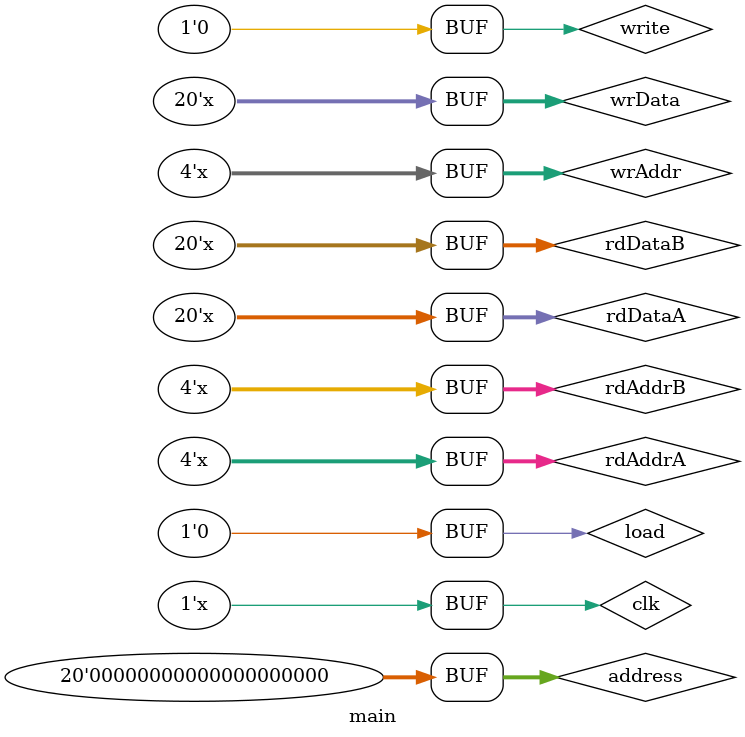
<source format=v>
module main();

reg clk;
reg load;
reg [19:0] data_out;
reg [19:0] address;
reg write;
reg data;
reg [3:0] wrAddr;
reg [19:0] wrData;
reg [3:0] rdAddrA;
reg [3:0] rdAddrB;
reg [19:0] rdDataA;
reg [19:0] rdDataB;
   
reg [19:0] mem [0:(1 << 20)];

rom_test rom(clk,load,address,data_out);


initial begin
	clk<=1'b0;
	address = 20'h00000;
	load = 1'b0;
end

ram_test ram(clk, write,load,address,data);

initial begin
	clk<=1'b0;
	write = 1'b0;
	load = 1'b0;
	address = 20'h00000;
end


registerfile_test registerfile(clk,write,wrAddr,wrData,rdAddrA,rdAddrB,rdDataA,rdDataB);

initial begin
	clk<=1'b0;
	write = 1'b0;
	wrData = 20'hxxxxx;
	wrAddr = 4'bxxxx;
	rdAddrA = 4'bxxxx;
	rdAddrB = 4'bxxxx;
	rdDataA = 20'hxxxxx;
	rdDataB = 20'hxxxxxx;
end

ControlUnit_test ControlUnit(instruction,immediate,pcWrite,regWrite,load,memoryRead,memoryWrite,branch,ALUControl,pcMux,store);


initial begin
	clk<=1'b0;
end






always begin
	#15 clk<=~clk;	
end

endmodule

</source>
